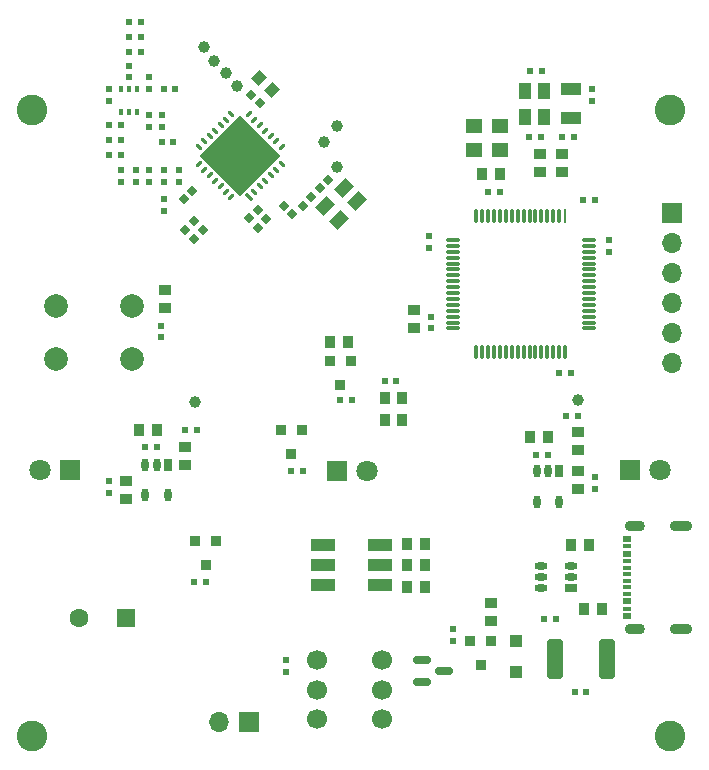
<source format=gts>
%TF.GenerationSoftware,KiCad,Pcbnew,7.0.7*%
%TF.CreationDate,2023-11-27T18:29:32+03:00*%
%TF.ProjectId,Bagryanets,42616772-7961-46e6-9574-732e6b696361,rev?*%
%TF.SameCoordinates,PX68e7780PY7bfa480*%
%TF.FileFunction,Soldermask,Top*%
%TF.FilePolarity,Negative*%
%FSLAX46Y46*%
G04 Gerber Fmt 4.6, Leading zero omitted, Abs format (unit mm)*
G04 Created by KiCad (PCBNEW 7.0.7) date 2023-11-27 18:29:32*
%MOMM*%
%LPD*%
G01*
G04 APERTURE LIST*
G04 Aperture macros list*
%AMRoundRect*
0 Rectangle with rounded corners*
0 $1 Rounding radius*
0 $2 $3 $4 $5 $6 $7 $8 $9 X,Y pos of 4 corners*
0 Add a 4 corners polygon primitive as box body*
4,1,4,$2,$3,$4,$5,$6,$7,$8,$9,$2,$3,0*
0 Add four circle primitives for the rounded corners*
1,1,$1+$1,$2,$3*
1,1,$1+$1,$4,$5*
1,1,$1+$1,$6,$7*
1,1,$1+$1,$8,$9*
0 Add four rect primitives between the rounded corners*
20,1,$1+$1,$2,$3,$4,$5,0*
20,1,$1+$1,$4,$5,$6,$7,0*
20,1,$1+$1,$6,$7,$8,$9,0*
20,1,$1+$1,$8,$9,$2,$3,0*%
%AMHorizOval*
0 Thick line with rounded ends*
0 $1 width*
0 $2 $3 position (X,Y) of the first rounded end (center of the circle)*
0 $4 $5 position (X,Y) of the second rounded end (center of the circle)*
0 Add line between two ends*
20,1,$1,$2,$3,$4,$5,0*
0 Add two circle primitives to create the rounded ends*
1,1,$1,$2,$3*
1,1,$1,$4,$5*%
%AMRotRect*
0 Rectangle, with rotation*
0 The origin of the aperture is its center*
0 $1 length*
0 $2 width*
0 $3 Rotation angle, in degrees counterclockwise*
0 Add horizontal line*
21,1,$1,$2,0,0,$3*%
G04 Aperture macros list end*
%ADD10R,0.600000X0.600000*%
%ADD11C,1.000000*%
%ADD12RotRect,0.600000X0.600000X45.000000*%
%ADD13R,0.900000X1.000000*%
%ADD14C,2.600000*%
%ADD15R,2.000000X1.100000*%
%ADD16RoundRect,0.150000X-0.587500X-0.150000X0.587500X-0.150000X0.587500X0.150000X-0.587500X0.150000X0*%
%ADD17R,1.000000X0.900000*%
%ADD18R,0.914400X0.914400*%
%ADD19RotRect,0.600000X0.600000X135.000000*%
%ADD20R,1.000000X1.400000*%
%ADD21R,1.397000X1.143000*%
%ADD22R,1.600000X1.600000*%
%ADD23C,1.600000*%
%ADD24RotRect,0.600000X0.600000X225.000000*%
%ADD25RoundRect,0.250000X0.400000X1.450000X-0.400000X1.450000X-0.400000X-1.450000X0.400000X-1.450000X0*%
%ADD26R,0.889000X1.016000*%
%ADD27R,1.800000X1.000000*%
%ADD28C,2.000000*%
%ADD29RotRect,0.300000X0.750000X225.000000*%
%ADD30HorizOval,0.300000X-0.159099X0.159099X0.159099X-0.159099X0*%
%ADD31HorizOval,0.300000X0.159099X0.159099X-0.159099X-0.159099X0*%
%ADD32RotRect,4.800000X4.800000X135.000000*%
%ADD33C,1.700000*%
%ADD34R,1.000760X1.000760*%
%ADD35RotRect,0.600000X0.600000X315.000000*%
%ADD36R,0.400000X0.500000*%
%ADD37R,0.800000X0.500000*%
%ADD38R,0.800000X0.350000*%
%ADD39O,1.900000X0.900000*%
%ADD40O,1.700000X0.900000*%
%ADD41R,1.800000X1.800000*%
%ADD42C,1.800000*%
%ADD43R,1.016000X0.889000*%
%ADD44R,1.099820X0.635000*%
%ADD45O,1.099820X0.635000*%
%ADD46R,0.635000X1.100000*%
%ADD47O,0.635000X1.100000*%
%ADD48RotRect,0.889000X1.016000X315.000000*%
%ADD49RotRect,1.400000X1.000000X45.000000*%
%ADD50R,0.270000X1.200000*%
%ADD51O,0.270000X1.200000*%
%ADD52O,1.200000X0.270000*%
%ADD53R,1.700000X1.700000*%
%ADD54O,1.700000X1.700000*%
G04 APERTURE END LIST*
D10*
%TO.C,C42*%
X10895000Y57800000D03*
X10895000Y58800000D03*
%TD*%
D11*
%TO.C,TP9*%
X26800000Y51238656D03*
%TD*%
D12*
%TO.C,C9*%
X23903447Y47931447D03*
X24610553Y48638553D03*
%TD*%
D13*
%TO.C,R9*%
X10019556Y28975000D03*
X11519556Y28975000D03*
%TD*%
D10*
%TO.C,C36*%
X10895000Y50925000D03*
X10895000Y49925000D03*
%TD*%
%TO.C,C15*%
X47228050Y30150000D03*
X46228050Y30150000D03*
%TD*%
D14*
%TO.C,H3*%
X1000000Y3000000D03*
%TD*%
D10*
%TO.C,C44*%
X9200000Y58785000D03*
X9200000Y59785000D03*
%TD*%
%TO.C,C45*%
X9200000Y60935000D03*
X10200000Y60935000D03*
%TD*%
D15*
%TO.C,VD7*%
X25625000Y19175000D03*
X25625000Y17475000D03*
X25625000Y15775000D03*
X30425000Y15775000D03*
X30425000Y17475000D03*
X30425000Y19175000D03*
%TD*%
D10*
%TO.C,C30*%
X49825000Y44030000D03*
X49825000Y45030000D03*
%TD*%
%TO.C,C39*%
X10845000Y54585000D03*
X10845000Y55585000D03*
%TD*%
%TO.C,L4*%
X12155000Y49925000D03*
X12155000Y50925000D03*
%TD*%
%TO.C,C5*%
X44675000Y26775000D03*
X43675000Y26775000D03*
%TD*%
D16*
%TO.C,VD3*%
X34007500Y9460000D03*
X34007500Y7560000D03*
X35882500Y8510000D03*
%TD*%
D10*
%TO.C,C35*%
X13445000Y50925000D03*
X13445000Y49925000D03*
%TD*%
D17*
%TO.C,R13*%
X13945000Y26000000D03*
X13945000Y27500000D03*
%TD*%
D10*
%TO.C,C37*%
X11945000Y54585000D03*
X11945000Y55585000D03*
%TD*%
D13*
%TO.C,R19*%
X32750000Y15675000D03*
X34250000Y15675000D03*
%TD*%
D10*
%TO.C,C25*%
X48610000Y48425000D03*
X47610000Y48425000D03*
%TD*%
%TO.C,R17*%
X13125000Y57800000D03*
X12125000Y57800000D03*
%TD*%
D18*
%TO.C,VT2*%
X23826500Y28906400D03*
X22048500Y28906400D03*
X22937500Y26874400D03*
%TD*%
D19*
%TO.C,C34*%
X14678553Y45121447D03*
X13971447Y45828553D03*
%TD*%
D17*
%TO.C,R1*%
X39875000Y14250000D03*
X39875000Y12750000D03*
%TD*%
D10*
%TO.C,L7*%
X8525000Y53475000D03*
X7525000Y53475000D03*
%TD*%
D20*
%TO.C,ZQ3*%
X42753000Y57643000D03*
X44353000Y55443000D03*
X44353000Y57643000D03*
X42753000Y55443000D03*
%TD*%
D18*
%TO.C,VT3*%
X16576500Y19560000D03*
X14798500Y19560000D03*
X15687500Y17528000D03*
%TD*%
D21*
%TO.C,L1*%
X38375000Y54641000D03*
X38375000Y52609000D03*
%TD*%
D10*
%TO.C,C40*%
X7525000Y52185000D03*
X8525000Y52185000D03*
%TD*%
D22*
%TO.C,HA1*%
X8945000Y13035000D03*
D23*
X4945000Y13035000D03*
%TD*%
D19*
%TO.C,C33*%
X15438553Y45901447D03*
X14731447Y46608553D03*
%TD*%
D13*
%TO.C,R21*%
X32750000Y19275000D03*
X34250000Y19275000D03*
%TD*%
D19*
%TO.C,C20*%
X23028553Y47221447D03*
X22321447Y47928553D03*
%TD*%
D10*
%TO.C,C16*%
X13945000Y28975000D03*
X14945000Y28975000D03*
%TD*%
D17*
%TO.C,R15*%
X44025000Y52275000D03*
X44025000Y50775000D03*
%TD*%
D24*
%TO.C,C14*%
X26053553Y50138553D03*
X25346447Y49431447D03*
%TD*%
D10*
%TO.C,C29*%
X40610000Y49125000D03*
X39610000Y49125000D03*
%TD*%
D25*
%TO.C,F1*%
X49670000Y9525000D03*
X45220000Y9525000D03*
%TD*%
D10*
%TO.C,L8*%
X9200000Y62225000D03*
X10200000Y62225000D03*
%TD*%
%TO.C,C19*%
X44153000Y59305000D03*
X43153000Y59305000D03*
%TD*%
D11*
%TO.C,TP2*%
X14800000Y31300000D03*
%TD*%
D26*
%TO.C,C4*%
X27722500Y36425000D03*
X26198500Y36425000D03*
%TD*%
D14*
%TO.C,H2*%
X55000000Y56000000D03*
%TD*%
D11*
%TO.C,TP4*%
X26800000Y54700000D03*
%TD*%
D27*
%TO.C,ZQ2*%
X46575000Y57825000D03*
X46575000Y55325000D03*
%TD*%
D28*
%TO.C,SB2*%
X9475000Y34925000D03*
X2975000Y34925000D03*
X9475000Y39425000D03*
X2975000Y39425000D03*
%TD*%
D10*
%TO.C,C18*%
X48375000Y56825000D03*
X48375000Y57825000D03*
%TD*%
D29*
%TO.C,U1*%
X19347462Y48664821D03*
D30*
X19807082Y49124441D03*
X20266701Y49584060D03*
X20726320Y50043680D03*
X21185940Y50503299D03*
X21645559Y50962918D03*
X22105179Y51422538D03*
D31*
X22105179Y52907462D03*
X21645559Y53367082D03*
X21185940Y53826701D03*
X20726320Y54286320D03*
X20266701Y54745940D03*
X19807082Y55205559D03*
X19347462Y55665179D03*
D30*
X17862538Y55665179D03*
X17402918Y55205559D03*
X16943299Y54745940D03*
X16483680Y54286320D03*
X16024060Y53826701D03*
X15564441Y53367082D03*
X15104821Y52907462D03*
D31*
X15104821Y51422538D03*
X15564441Y50962918D03*
X16024060Y50503299D03*
X16483680Y50043680D03*
X16943299Y49584060D03*
X17402918Y49124441D03*
X17862538Y48664821D03*
D32*
X18605000Y52165000D03*
%TD*%
D13*
%TO.C,R6*%
X30825000Y29775000D03*
X32325000Y29775000D03*
%TD*%
D33*
%TO.C,SB1*%
X30620000Y9460000D03*
X30620000Y6960000D03*
X30620000Y4460000D03*
X25120000Y9460000D03*
X25120000Y6960000D03*
X25120000Y4460000D03*
%TD*%
D10*
%TO.C,L5*%
X12945000Y53285000D03*
X11945000Y53285000D03*
%TD*%
D17*
%TO.C,R11*%
X8969286Y23125000D03*
X8969286Y24625000D03*
%TD*%
D12*
%TO.C,C22*%
X19371447Y46871447D03*
X20078553Y47578553D03*
%TD*%
D10*
%TO.C,C11*%
X48658050Y24925000D03*
X48658050Y23925000D03*
%TD*%
D34*
%TO.C,VD1*%
X41950000Y11078500D03*
X41950000Y8477540D03*
%TD*%
D11*
%TO.C,TP7*%
X16400000Y60200000D03*
%TD*%
%TO.C,TP5*%
X18300000Y58100000D03*
%TD*%
D10*
%TO.C,L6*%
X8525000Y49925000D03*
X8525000Y50925000D03*
%TD*%
%TO.C,R4*%
X47925000Y6725000D03*
X46925000Y6725000D03*
%TD*%
D35*
%TO.C,C10*%
X19551447Y57328553D03*
X20258553Y56621447D03*
%TD*%
D10*
%TO.C,C23*%
X46875000Y53725000D03*
X45875000Y53725000D03*
%TD*%
%TO.C,C8*%
X31825000Y33075000D03*
X30825000Y33075000D03*
%TD*%
%TO.C,R5*%
X22475000Y8460000D03*
X22475000Y9460000D03*
%TD*%
D13*
%TO.C,R7*%
X32325000Y31625000D03*
X30825000Y31625000D03*
%TD*%
D36*
%TO.C,DA4*%
X8550000Y55850000D03*
X9200000Y55850000D03*
X9850000Y55850000D03*
X9850000Y57800000D03*
X9200000Y57800000D03*
X8550000Y57800000D03*
%TD*%
D10*
%TO.C,C46*%
X10200000Y63485000D03*
X9200000Y63485000D03*
%TD*%
D37*
%TO.C,XS1*%
X51325000Y13170000D03*
X51325000Y14440000D03*
D38*
X51325000Y13800000D03*
X51325000Y15075000D03*
X51325000Y17825000D03*
X51325000Y19100000D03*
D37*
X51325000Y19730000D03*
X51325000Y18460000D03*
D38*
X51325000Y17275000D03*
X51325000Y16725000D03*
X51325000Y16175000D03*
X51325000Y15625000D03*
D39*
X55965000Y12125000D03*
D40*
X52025000Y12125000D03*
X52025000Y20775000D03*
D39*
X55965000Y20775000D03*
%TD*%
D18*
%TO.C,VT1*%
X39875800Y11078500D03*
X38097800Y11078500D03*
X38986800Y9046500D03*
%TD*%
D10*
%TO.C,C38*%
X9795000Y50925000D03*
X9795000Y49925000D03*
%TD*%
%TO.C,C31*%
X11875000Y36775000D03*
X11875000Y37775000D03*
%TD*%
D11*
%TO.C,TP8*%
X15500000Y61350000D03*
%TD*%
D17*
%TO.C,R12*%
X47228050Y27250000D03*
X47228050Y28750000D03*
%TD*%
D10*
%TO.C,C6*%
X11519556Y27475000D03*
X10519556Y27475000D03*
%TD*%
D17*
%TO.C,R10*%
X47228050Y23925000D03*
X47228050Y25425000D03*
%TD*%
D18*
%TO.C,DA1*%
X27976500Y34763600D03*
X26198500Y34763600D03*
X27087500Y32731600D03*
%TD*%
D12*
%TO.C,C13*%
X13821447Y48471447D03*
X14528553Y49178553D03*
%TD*%
D13*
%TO.C,R20*%
X32750000Y17475000D03*
X34250000Y17475000D03*
%TD*%
%TO.C,R2*%
X49225000Y13800000D03*
X47725000Y13800000D03*
%TD*%
D10*
%TO.C,C32*%
X45600000Y33750000D03*
X46600000Y33750000D03*
%TD*%
%TO.C,C28*%
X34775000Y38530000D03*
X34775000Y37530000D03*
%TD*%
D12*
%TO.C,C17*%
X20121447Y46071447D03*
X20828553Y46778553D03*
%TD*%
D41*
%TO.C,VD5*%
X4225000Y25525000D03*
D42*
X1685000Y25525000D03*
%TD*%
D17*
%TO.C,R14*%
X45825000Y52275000D03*
X45825000Y50775000D03*
%TD*%
D10*
%TO.C,C43*%
X7495000Y57800000D03*
X7495000Y56800000D03*
%TD*%
%TO.C,C26*%
X34625000Y45330000D03*
X34625000Y44330000D03*
%TD*%
%TO.C,L3*%
X12155000Y47515000D03*
X12155000Y48515000D03*
%TD*%
D14*
%TO.C,H1*%
X1000000Y56000000D03*
%TD*%
%TO.C,H4*%
X55000000Y3000000D03*
%TD*%
D11*
%TO.C,TP1*%
X47228050Y31500000D03*
%TD*%
D10*
%TO.C,C3*%
X36650000Y12075000D03*
X36650000Y11075000D03*
%TD*%
D21*
%TO.C,L2*%
X40610000Y54641000D03*
X40610000Y52609000D03*
%TD*%
D10*
%TO.C,C41*%
X8525000Y54735000D03*
X7525000Y54735000D03*
%TD*%
%TO.C,C12*%
X7475000Y24625000D03*
X7475000Y23625000D03*
%TD*%
D41*
%TO.C,VD6*%
X26775000Y25475000D03*
D42*
X29315000Y25475000D03*
%TD*%
D43*
%TO.C,C21*%
X33325000Y39054000D03*
X33325000Y37530000D03*
%TD*%
D44*
%TO.C,VD2*%
X46637980Y15550040D03*
D45*
X46637980Y16500000D03*
X46637980Y17449960D03*
X44037020Y17449960D03*
X44037020Y16500000D03*
X44037020Y15550040D03*
%TD*%
D10*
%TO.C,C2*%
X28087500Y31475000D03*
X27087500Y31475000D03*
%TD*%
D46*
%TO.C,DA3*%
X12469556Y26000000D03*
D47*
X11519556Y26000000D03*
X10569556Y26000000D03*
X10569556Y23400000D03*
X12469556Y23400000D03*
%TD*%
D48*
%TO.C,C7*%
X20216185Y58763815D03*
X21293815Y57686185D03*
%TD*%
D10*
%TO.C,C24*%
X43053000Y53743000D03*
X44053000Y53743000D03*
%TD*%
D11*
%TO.C,TP3*%
X25700000Y53300000D03*
%TD*%
D13*
%TO.C,R8*%
X43175000Y28325000D03*
X44675000Y28325000D03*
%TD*%
D26*
%TO.C,C27*%
X40610000Y50625000D03*
X39086000Y50625000D03*
%TD*%
D10*
%TO.C,C1*%
X44320000Y12925000D03*
X45320000Y12925000D03*
%TD*%
D11*
%TO.C,TP6*%
X17400000Y59200000D03*
%TD*%
D10*
%TO.C,R22*%
X15687500Y16075000D03*
X14687500Y16075000D03*
%TD*%
D46*
%TO.C,DA2*%
X45625000Y25428860D03*
D47*
X44675000Y25428860D03*
X43725000Y25428860D03*
X43725000Y22828860D03*
X45625000Y22828860D03*
%TD*%
D49*
%TO.C,ZQ1*%
X26944868Y46741497D03*
X27369132Y49428503D03*
X25813497Y47872868D03*
X28500503Y48297132D03*
%TD*%
D10*
%TO.C,R18*%
X23937500Y25475000D03*
X22937500Y25475000D03*
%TD*%
D13*
%TO.C,R3*%
X48125000Y19200000D03*
X46625000Y19200000D03*
%TD*%
D17*
%TO.C,R16*%
X12275000Y39275000D03*
X12275000Y40775000D03*
%TD*%
D41*
%TO.C,VD4*%
X51625000Y25525000D03*
D42*
X54165000Y25525000D03*
%TD*%
D50*
%TO.C,DD1*%
X46100000Y47030000D03*
D51*
X45600000Y47030000D03*
X45100000Y47030000D03*
X44600000Y47030000D03*
X44100000Y47030000D03*
X43600000Y47030000D03*
X43100000Y47030000D03*
X42600000Y47030000D03*
X42100000Y47030000D03*
X41600000Y47030000D03*
X41100000Y47030000D03*
X40600000Y47030000D03*
X40100000Y47030000D03*
X39600000Y47030000D03*
X39100000Y47030000D03*
X38600000Y47030000D03*
D52*
X36600000Y45030000D03*
X36600000Y44530000D03*
X36600000Y44030000D03*
X36600000Y43530000D03*
X36600000Y43030000D03*
X36600000Y42530000D03*
X36600000Y42030000D03*
X36600000Y41530000D03*
X36600000Y41030000D03*
X36600000Y40530000D03*
X36600000Y40030000D03*
X36600000Y39530000D03*
X36600000Y39030000D03*
X36600000Y38530000D03*
X36600000Y38030000D03*
X36600000Y37530000D03*
D51*
X38600000Y35530000D03*
X39100000Y35530000D03*
X39600000Y35530000D03*
X40100000Y35530000D03*
X40600000Y35530000D03*
X41100000Y35530000D03*
X41600000Y35530000D03*
X42100000Y35530000D03*
X42600000Y35530000D03*
X43100000Y35530000D03*
X43600000Y35530000D03*
X44100000Y35530000D03*
X44600000Y35530000D03*
X45100000Y35530000D03*
X45600000Y35530000D03*
X46100000Y35530000D03*
D52*
X48100000Y37530000D03*
X48100000Y38030000D03*
X48100000Y38530000D03*
X48100000Y39030000D03*
X48100000Y39530000D03*
X48100000Y40030000D03*
X48100000Y40530000D03*
X48100000Y41030000D03*
X48100000Y41530000D03*
X48100000Y42030000D03*
X48100000Y42530000D03*
X48100000Y43030000D03*
X48100000Y43530000D03*
X48100000Y44030000D03*
X48100000Y44530000D03*
X48100000Y45030000D03*
%TD*%
D53*
%TO.C,XP2*%
X19345000Y4185000D03*
D54*
X16805000Y4185000D03*
%TD*%
D53*
%TO.C,XP1*%
X55151000Y47345000D03*
D54*
X55151000Y44805000D03*
X55151000Y42265000D03*
X55151000Y39725000D03*
X55151000Y37185000D03*
X55151000Y34645000D03*
%TD*%
M02*

</source>
